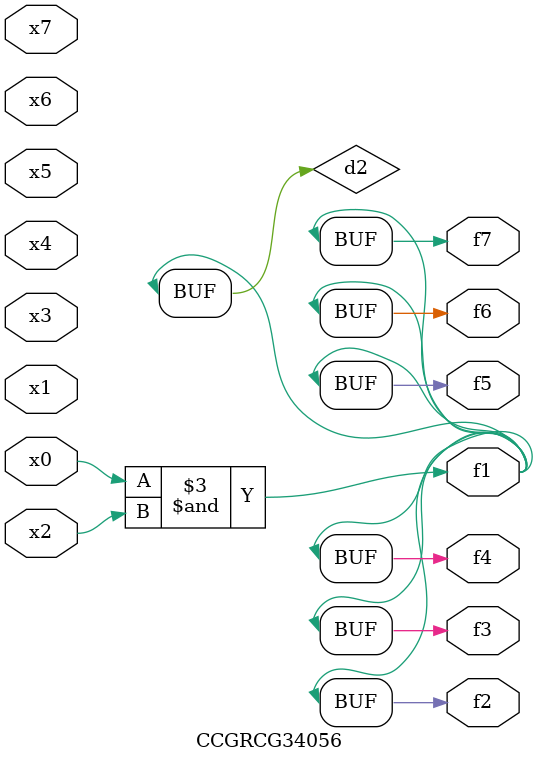
<source format=v>
module CCGRCG34056(
	input x0, x1, x2, x3, x4, x5, x6, x7,
	output f1, f2, f3, f4, f5, f6, f7
);

	wire d1, d2;

	nor (d1, x3, x6);
	and (d2, x0, x2);
	assign f1 = d2;
	assign f2 = d2;
	assign f3 = d2;
	assign f4 = d2;
	assign f5 = d2;
	assign f6 = d2;
	assign f7 = d2;
endmodule

</source>
